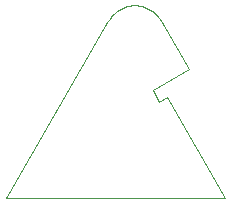
<source format=gbr>
G04 #@! TF.GenerationSoftware,KiCad,Pcbnew,5.0.1-33cea8e~68~ubuntu18.04.1*
G04 #@! TF.CreationDate,2018-11-19T14:12:30+01:00*
G04 #@! TF.ProjectId,Lulu_star_213,4C756C755F737461725F3231332E6B69,2.1.2*
G04 #@! TF.SameCoordinates,Original*
G04 #@! TF.FileFunction,Profile,NP*
%FSLAX46Y46*%
G04 Gerber Fmt 4.6, Leading zero omitted, Abs format (unit mm)*
G04 Created by KiCad (PCBNEW 5.0.1-33cea8e~68~ubuntu18.04.1) date Mon 19 Nov 2018 02:12:30 PM CET*
%MOMM*%
%LPD*%
G01*
G04 APERTURE LIST*
%ADD10C,0.010000*%
G04 APERTURE END LIST*
D10*
X69861200Y-29762230D02*
X70007200Y-29644790D01*
X73073490Y-29761030D02*
X73211740Y-29887260D01*
X72927830Y-29643590D02*
X73073490Y-29761030D01*
X71680370Y-29155720D02*
X71883520Y-29182120D01*
X71052580Y-29182120D02*
X71255730Y-29155720D01*
X70161330Y-29536820D02*
X70322850Y-29439720D01*
X70670970Y-29282720D02*
X70857530Y-29224820D01*
X70322850Y-29439720D02*
X70492500Y-29354720D01*
X72264420Y-29282720D02*
X72442520Y-29354720D01*
X71255730Y-29155720D02*
X71468050Y-29146720D01*
X76087480Y-34571340D02*
X72995460Y-36356660D01*
X73550240Y-37329720D02*
X74222820Y-36941060D01*
X72774050Y-29536020D02*
X72927830Y-29643590D01*
X70007200Y-29644790D02*
X70161330Y-29536820D01*
X69592040Y-30022140D02*
X69722940Y-29888460D01*
X70492500Y-29354720D02*
X70670970Y-29282720D01*
X73689230Y-30456870D02*
X73790130Y-30610280D01*
X72078550Y-29224820D02*
X72264420Y-29282720D01*
X70857530Y-29224820D02*
X71052580Y-29182120D01*
X72612170Y-29439320D02*
X72774050Y-29536020D01*
X73580590Y-30306970D02*
X73689230Y-30456870D01*
X73342250Y-30020940D02*
X73465280Y-30161310D01*
X73884230Y-30765820D02*
X76087480Y-34571340D01*
X73465280Y-30161310D02*
X73580590Y-30306970D01*
X72442520Y-29354720D02*
X72612170Y-29439320D01*
X72995460Y-36356660D02*
X73550240Y-37329720D01*
X60546380Y-45487920D02*
X69050080Y-30767710D01*
X69050080Y-30767710D02*
X69143880Y-30612170D01*
X79157100Y-45487920D02*
X60546380Y-45487920D01*
X69143880Y-30612170D02*
X69245060Y-30458760D01*
X69245060Y-30458760D02*
X69353300Y-30308520D01*
X74222820Y-36941060D02*
X79157100Y-45487920D01*
X69353300Y-30308520D02*
X69469000Y-30162500D01*
X69722940Y-29888460D02*
X69861200Y-29762230D01*
X73790130Y-30610280D02*
X73884230Y-30765820D01*
X71468050Y-29146720D02*
X71680370Y-29155720D01*
X73211740Y-29887260D02*
X73342250Y-30020940D01*
X71883520Y-29182120D02*
X72078550Y-29224820D01*
X69469000Y-30162500D02*
X69592040Y-30022140D01*
M02*

</source>
